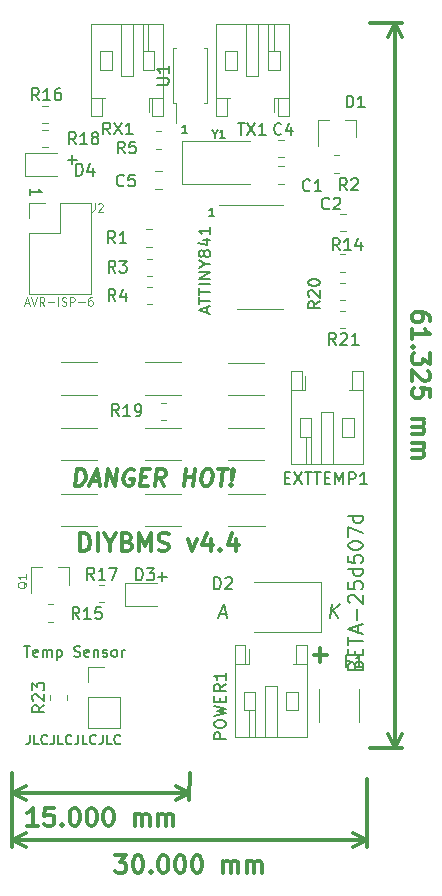
<source format=gto>
G04 #@! TF.GenerationSoftware,KiCad,Pcbnew,5.1.9+dfsg1-1~bpo10+1*
G04 #@! TF.CreationDate,2021-05-17T10:09:47+00:00*
G04 #@! TF.ProjectId,ModuleV440,4d6f6475-6c65-4563-9434-302e6b696361,rev?*
G04 #@! TF.SameCoordinates,Original*
G04 #@! TF.FileFunction,Legend,Top*
G04 #@! TF.FilePolarity,Positive*
%FSLAX46Y46*%
G04 Gerber Fmt 4.6, Leading zero omitted, Abs format (unit mm)*
G04 Created by KiCad (PCBNEW 5.1.9+dfsg1-1~bpo10+1) date 2021-05-17 10:09:47*
%MOMM*%
%LPD*%
G01*
G04 APERTURE LIST*
%ADD10C,0.150000*%
%ADD11C,0.200000*%
%ADD12C,0.300000*%
%ADD13C,0.175000*%
%ADD14C,0.350000*%
%ADD15C,0.120000*%
%ADD16C,0.100000*%
G04 APERTURE END LIST*
D10*
X130914885Y-102283385D02*
X130972028Y-102111957D01*
X131029171Y-102054814D01*
X131143457Y-101997671D01*
X131314885Y-101997671D01*
X131429171Y-102054814D01*
X131486314Y-102111957D01*
X131543457Y-102226242D01*
X131543457Y-102683385D01*
X130343457Y-102683385D01*
X130343457Y-102283385D01*
X130400600Y-102169100D01*
X130457742Y-102111957D01*
X130572028Y-102054814D01*
X130686314Y-102054814D01*
X130800600Y-102111957D01*
X130857742Y-102169100D01*
X130914885Y-102283385D01*
X130914885Y-102683385D01*
X130914885Y-101483385D02*
X130914885Y-101083385D01*
X131543457Y-100911957D02*
X131543457Y-101483385D01*
X130343457Y-101483385D01*
X130343457Y-100911957D01*
X130343457Y-100569100D02*
X130343457Y-99883385D01*
X131543457Y-100226242D02*
X130343457Y-100226242D01*
X131200600Y-99540528D02*
X131200600Y-98969100D01*
X131543457Y-99654814D02*
X130343457Y-99254814D01*
X131543457Y-98854814D01*
X131086314Y-98454814D02*
X131086314Y-97540528D01*
X130457742Y-97026242D02*
X130400600Y-96969100D01*
X130343457Y-96854814D01*
X130343457Y-96569100D01*
X130400600Y-96454814D01*
X130457742Y-96397671D01*
X130572028Y-96340528D01*
X130686314Y-96340528D01*
X130857742Y-96397671D01*
X131543457Y-97083385D01*
X131543457Y-96340528D01*
X130343457Y-95254814D02*
X130343457Y-95826242D01*
X130914885Y-95883385D01*
X130857742Y-95826242D01*
X130800600Y-95711957D01*
X130800600Y-95426242D01*
X130857742Y-95311957D01*
X130914885Y-95254814D01*
X131029171Y-95197671D01*
X131314885Y-95197671D01*
X131429171Y-95254814D01*
X131486314Y-95311957D01*
X131543457Y-95426242D01*
X131543457Y-95711957D01*
X131486314Y-95826242D01*
X131429171Y-95883385D01*
X131543457Y-94169100D02*
X130343457Y-94169100D01*
X131486314Y-94169100D02*
X131543457Y-94283385D01*
X131543457Y-94511957D01*
X131486314Y-94626242D01*
X131429171Y-94683385D01*
X131314885Y-94740528D01*
X130972028Y-94740528D01*
X130857742Y-94683385D01*
X130800600Y-94626242D01*
X130743457Y-94511957D01*
X130743457Y-94283385D01*
X130800600Y-94169100D01*
X130343457Y-93026242D02*
X130343457Y-93597671D01*
X130914885Y-93654814D01*
X130857742Y-93597671D01*
X130800600Y-93483385D01*
X130800600Y-93197671D01*
X130857742Y-93083385D01*
X130914885Y-93026242D01*
X131029171Y-92969100D01*
X131314885Y-92969100D01*
X131429171Y-93026242D01*
X131486314Y-93083385D01*
X131543457Y-93197671D01*
X131543457Y-93483385D01*
X131486314Y-93597671D01*
X131429171Y-93654814D01*
X130343457Y-92226242D02*
X130343457Y-92111957D01*
X130400600Y-91997671D01*
X130457742Y-91940528D01*
X130572028Y-91883385D01*
X130800600Y-91826242D01*
X131086314Y-91826242D01*
X131314885Y-91883385D01*
X131429171Y-91940528D01*
X131486314Y-91997671D01*
X131543457Y-92111957D01*
X131543457Y-92226242D01*
X131486314Y-92340528D01*
X131429171Y-92397671D01*
X131314885Y-92454814D01*
X131086314Y-92511957D01*
X130800600Y-92511957D01*
X130572028Y-92454814D01*
X130457742Y-92397671D01*
X130400600Y-92340528D01*
X130343457Y-92226242D01*
X130343457Y-91426242D02*
X130343457Y-90626242D01*
X131543457Y-91140528D01*
X131543457Y-89654814D02*
X130343457Y-89654814D01*
X131486314Y-89654814D02*
X131543457Y-89769100D01*
X131543457Y-89997671D01*
X131486314Y-90111957D01*
X131429171Y-90169100D01*
X131314885Y-90226242D01*
X130972028Y-90226242D01*
X130857742Y-90169100D01*
X130800600Y-90111957D01*
X130743457Y-89997671D01*
X130743457Y-89769100D01*
X130800600Y-89654814D01*
X128805769Y-98330457D02*
X128955769Y-97130457D01*
X129491483Y-98330457D02*
X129062912Y-97644742D01*
X129641483Y-97130457D02*
X128870055Y-97816171D01*
X119457198Y-97987600D02*
X120028626Y-97987600D01*
X119300055Y-98330457D02*
X119850055Y-97130457D01*
X120100055Y-98330457D01*
X103360576Y-108209504D02*
X103360576Y-108780933D01*
X103322480Y-108895219D01*
X103246290Y-108971409D01*
X103132004Y-109009504D01*
X103055814Y-109009504D01*
X104122480Y-109009504D02*
X103741528Y-109009504D01*
X103741528Y-108209504D01*
X104846290Y-108933314D02*
X104808195Y-108971409D01*
X104693909Y-109009504D01*
X104617719Y-109009504D01*
X104503433Y-108971409D01*
X104427242Y-108895219D01*
X104389147Y-108819028D01*
X104351052Y-108666647D01*
X104351052Y-108552361D01*
X104389147Y-108399980D01*
X104427242Y-108323790D01*
X104503433Y-108247600D01*
X104617719Y-108209504D01*
X104693909Y-108209504D01*
X104808195Y-108247600D01*
X104846290Y-108285695D01*
X105417719Y-108209504D02*
X105417719Y-108780933D01*
X105379623Y-108895219D01*
X105303433Y-108971409D01*
X105189147Y-109009504D01*
X105112957Y-109009504D01*
X106179623Y-109009504D02*
X105798671Y-109009504D01*
X105798671Y-108209504D01*
X106903433Y-108933314D02*
X106865338Y-108971409D01*
X106751052Y-109009504D01*
X106674861Y-109009504D01*
X106560576Y-108971409D01*
X106484385Y-108895219D01*
X106446290Y-108819028D01*
X106408195Y-108666647D01*
X106408195Y-108552361D01*
X106446290Y-108399980D01*
X106484385Y-108323790D01*
X106560576Y-108247600D01*
X106674861Y-108209504D01*
X106751052Y-108209504D01*
X106865338Y-108247600D01*
X106903433Y-108285695D01*
X107474861Y-108209504D02*
X107474861Y-108780933D01*
X107436766Y-108895219D01*
X107360576Y-108971409D01*
X107246290Y-109009504D01*
X107170100Y-109009504D01*
X108236766Y-109009504D02*
X107855814Y-109009504D01*
X107855814Y-108209504D01*
X108960576Y-108933314D02*
X108922480Y-108971409D01*
X108808195Y-109009504D01*
X108732004Y-109009504D01*
X108617719Y-108971409D01*
X108541528Y-108895219D01*
X108503433Y-108819028D01*
X108465338Y-108666647D01*
X108465338Y-108552361D01*
X108503433Y-108399980D01*
X108541528Y-108323790D01*
X108617719Y-108247600D01*
X108732004Y-108209504D01*
X108808195Y-108209504D01*
X108922480Y-108247600D01*
X108960576Y-108285695D01*
X109532004Y-108209504D02*
X109532004Y-108780933D01*
X109493909Y-108895219D01*
X109417719Y-108971409D01*
X109303433Y-109009504D01*
X109227242Y-109009504D01*
X110293909Y-109009504D02*
X109912957Y-109009504D01*
X109912957Y-108209504D01*
X111017719Y-108933314D02*
X110979623Y-108971409D01*
X110865338Y-109009504D01*
X110789147Y-109009504D01*
X110674861Y-108971409D01*
X110598671Y-108895219D01*
X110560576Y-108819028D01*
X110522480Y-108666647D01*
X110522480Y-108552361D01*
X110560576Y-108399980D01*
X110598671Y-108323790D01*
X110674861Y-108247600D01*
X110789147Y-108209504D01*
X110865338Y-108209504D01*
X110979623Y-108247600D01*
X111017719Y-108285695D01*
D11*
X114586171Y-94426647D02*
X114586171Y-95188552D01*
X114205219Y-94807600D02*
X114967123Y-94807600D01*
X106946171Y-59126647D02*
X106946171Y-59888552D01*
X106565219Y-59507600D02*
X107327123Y-59507600D01*
D10*
X102875814Y-100694742D02*
X103390100Y-100694742D01*
X103132957Y-101594742D02*
X103132957Y-100694742D01*
X104032957Y-101551885D02*
X103947242Y-101594742D01*
X103775814Y-101594742D01*
X103690100Y-101551885D01*
X103647242Y-101466171D01*
X103647242Y-101123314D01*
X103690100Y-101037600D01*
X103775814Y-100994742D01*
X103947242Y-100994742D01*
X104032957Y-101037600D01*
X104075814Y-101123314D01*
X104075814Y-101209028D01*
X103647242Y-101294742D01*
X104461528Y-101594742D02*
X104461528Y-100994742D01*
X104461528Y-101080457D02*
X104504385Y-101037600D01*
X104590100Y-100994742D01*
X104718671Y-100994742D01*
X104804385Y-101037600D01*
X104847242Y-101123314D01*
X104847242Y-101594742D01*
X104847242Y-101123314D02*
X104890100Y-101037600D01*
X104975814Y-100994742D01*
X105104385Y-100994742D01*
X105190100Y-101037600D01*
X105232957Y-101123314D01*
X105232957Y-101594742D01*
X105661528Y-100994742D02*
X105661528Y-101894742D01*
X105661528Y-101037600D02*
X105747242Y-100994742D01*
X105918671Y-100994742D01*
X106004385Y-101037600D01*
X106047242Y-101080457D01*
X106090100Y-101166171D01*
X106090100Y-101423314D01*
X106047242Y-101509028D01*
X106004385Y-101551885D01*
X105918671Y-101594742D01*
X105747242Y-101594742D01*
X105661528Y-101551885D01*
X107118671Y-101551885D02*
X107247242Y-101594742D01*
X107461528Y-101594742D01*
X107547242Y-101551885D01*
X107590100Y-101509028D01*
X107632957Y-101423314D01*
X107632957Y-101337600D01*
X107590100Y-101251885D01*
X107547242Y-101209028D01*
X107461528Y-101166171D01*
X107290100Y-101123314D01*
X107204385Y-101080457D01*
X107161528Y-101037600D01*
X107118671Y-100951885D01*
X107118671Y-100866171D01*
X107161528Y-100780457D01*
X107204385Y-100737600D01*
X107290100Y-100694742D01*
X107504385Y-100694742D01*
X107632957Y-100737600D01*
X108361528Y-101551885D02*
X108275814Y-101594742D01*
X108104385Y-101594742D01*
X108018671Y-101551885D01*
X107975814Y-101466171D01*
X107975814Y-101123314D01*
X108018671Y-101037600D01*
X108104385Y-100994742D01*
X108275814Y-100994742D01*
X108361528Y-101037600D01*
X108404385Y-101123314D01*
X108404385Y-101209028D01*
X107975814Y-101294742D01*
X108790100Y-100994742D02*
X108790100Y-101594742D01*
X108790100Y-101080457D02*
X108832957Y-101037600D01*
X108918671Y-100994742D01*
X109047242Y-100994742D01*
X109132957Y-101037600D01*
X109175814Y-101123314D01*
X109175814Y-101594742D01*
X109561528Y-101551885D02*
X109647242Y-101594742D01*
X109818671Y-101594742D01*
X109904385Y-101551885D01*
X109947242Y-101466171D01*
X109947242Y-101423314D01*
X109904385Y-101337600D01*
X109818671Y-101294742D01*
X109690100Y-101294742D01*
X109604385Y-101251885D01*
X109561528Y-101166171D01*
X109561528Y-101123314D01*
X109604385Y-101037600D01*
X109690100Y-100994742D01*
X109818671Y-100994742D01*
X109904385Y-101037600D01*
X110461528Y-101594742D02*
X110375814Y-101551885D01*
X110332957Y-101509028D01*
X110290100Y-101423314D01*
X110290100Y-101166171D01*
X110332957Y-101080457D01*
X110375814Y-101037600D01*
X110461528Y-100994742D01*
X110590100Y-100994742D01*
X110675814Y-101037600D01*
X110718671Y-101080457D01*
X110761528Y-101166171D01*
X110761528Y-101423314D01*
X110718671Y-101509028D01*
X110675814Y-101551885D01*
X110590100Y-101594742D01*
X110461528Y-101594742D01*
X111147242Y-101594742D02*
X111147242Y-100994742D01*
X111147242Y-101166171D02*
X111190100Y-101080457D01*
X111232957Y-101037600D01*
X111318671Y-100994742D01*
X111404385Y-100994742D01*
D12*
X104030833Y-115894738D02*
X103173691Y-115893310D01*
X103602262Y-115894024D02*
X103604762Y-114394026D01*
X103461548Y-114608074D01*
X103318453Y-114750692D01*
X103175477Y-114821883D01*
X105390474Y-114397002D02*
X104676189Y-114395812D01*
X104603570Y-115109978D01*
X104675118Y-115038668D01*
X104818094Y-114967478D01*
X105175236Y-114968073D01*
X105317974Y-115039740D01*
X105389284Y-115111287D01*
X105460474Y-115254263D01*
X105459879Y-115611405D01*
X105388212Y-115754143D01*
X105316665Y-115825453D01*
X105173689Y-115896643D01*
X104816546Y-115896048D01*
X104673808Y-115824381D01*
X104602499Y-115752834D01*
X106102497Y-115755334D02*
X106173806Y-115826881D01*
X106102259Y-115898191D01*
X106030949Y-115826643D01*
X106102497Y-115755334D01*
X106102259Y-115898191D01*
X107104757Y-114399860D02*
X107247614Y-114400098D01*
X107390352Y-114471764D01*
X107461662Y-114543312D01*
X107532852Y-114686288D01*
X107603804Y-114972121D01*
X107603209Y-115329263D01*
X107531304Y-115614858D01*
X107459638Y-115757596D01*
X107388090Y-115828905D01*
X107245114Y-115900096D01*
X107102257Y-115899857D01*
X106959520Y-115828191D01*
X106888210Y-115756643D01*
X106817020Y-115613667D01*
X106746067Y-115327834D01*
X106746663Y-114970692D01*
X106818567Y-114685097D01*
X106890234Y-114542359D01*
X106961781Y-114471050D01*
X107104757Y-114399860D01*
X108533327Y-114402240D02*
X108676184Y-114402479D01*
X108818922Y-114474145D01*
X108890231Y-114545693D01*
X108961422Y-114688669D01*
X109032374Y-114974502D01*
X109031779Y-115331644D01*
X108959874Y-115617239D01*
X108888207Y-115759977D01*
X108816660Y-115831286D01*
X108673684Y-115902477D01*
X108530827Y-115902238D01*
X108388089Y-115830572D01*
X108316780Y-115759024D01*
X108245589Y-115616048D01*
X108174637Y-115330215D01*
X108175232Y-114973073D01*
X108247137Y-114687478D01*
X108318803Y-114544740D01*
X108390351Y-114473431D01*
X108533327Y-114402240D01*
X109961896Y-114404621D02*
X110104753Y-114404860D01*
X110247491Y-114476526D01*
X110318801Y-114548074D01*
X110389991Y-114691050D01*
X110460943Y-114976883D01*
X110460348Y-115334025D01*
X110388443Y-115619620D01*
X110316777Y-115762358D01*
X110245229Y-115833667D01*
X110102253Y-115904857D01*
X109959396Y-115904619D01*
X109816658Y-115832953D01*
X109745349Y-115761405D01*
X109674159Y-115618429D01*
X109603206Y-115332596D01*
X109603802Y-114975454D01*
X109675706Y-114689859D01*
X109747373Y-114547121D01*
X109818920Y-114475812D01*
X109961896Y-114404621D01*
X112245107Y-115908429D02*
X112246774Y-114908430D01*
X112246536Y-115051287D02*
X112318084Y-114979978D01*
X112461060Y-114908787D01*
X112675345Y-114909145D01*
X112818083Y-114980811D01*
X112889273Y-115123787D01*
X112887964Y-115909500D01*
X112889273Y-115123787D02*
X112960940Y-114981049D01*
X113103916Y-114909859D01*
X113318201Y-114910216D01*
X113460939Y-114981883D01*
X113532129Y-115124859D01*
X113530820Y-115910572D01*
X114245105Y-115911762D02*
X114246771Y-114911764D01*
X114246533Y-115054621D02*
X114318081Y-114983311D01*
X114461057Y-114912121D01*
X114675342Y-114912478D01*
X114818080Y-114984144D01*
X114889270Y-115127120D01*
X114887961Y-115912834D01*
X114889270Y-115127120D02*
X114960937Y-114984383D01*
X115103913Y-114913192D01*
X115318198Y-114913549D01*
X115460936Y-114985216D01*
X115532127Y-115128192D01*
X115530817Y-115913905D01*
X101892600Y-113112600D02*
X116892600Y-113137600D01*
X101895392Y-111437602D02*
X101891623Y-113699020D01*
X116895392Y-111462602D02*
X116891623Y-113724020D01*
X116892600Y-113137600D02*
X115765120Y-113722142D01*
X116892600Y-113137600D02*
X115767075Y-112549303D01*
X101892600Y-113112600D02*
X103018125Y-113700897D01*
X101892600Y-113112600D02*
X103020080Y-112528058D01*
D13*
X118967600Y-64279266D02*
X118567600Y-64279266D01*
X118767600Y-64279266D02*
X118767600Y-63579266D01*
X118700933Y-63679266D01*
X118634266Y-63745933D01*
X118567600Y-63779266D01*
D12*
X127396171Y-101444742D02*
X128539028Y-101444742D01*
X127967600Y-102016171D02*
X127967600Y-100873314D01*
D13*
X116692600Y-57279266D02*
X116292600Y-57279266D01*
X116492600Y-57279266D02*
X116492600Y-56579266D01*
X116425933Y-56679266D01*
X116359266Y-56745933D01*
X116292600Y-56779266D01*
D12*
X107220308Y-87120933D02*
X107395308Y-85720933D01*
X107728641Y-85720933D01*
X107920308Y-85787600D01*
X108036975Y-85920933D01*
X108086975Y-86054266D01*
X108120308Y-86320933D01*
X108095308Y-86520933D01*
X107995308Y-86787600D01*
X107911975Y-86920933D01*
X107761975Y-87054266D01*
X107553641Y-87120933D01*
X107220308Y-87120933D01*
X108603641Y-86720933D02*
X109270308Y-86720933D01*
X108420308Y-87120933D02*
X109061975Y-85720933D01*
X109353641Y-87120933D01*
X109820308Y-87120933D02*
X109995308Y-85720933D01*
X110620308Y-87120933D01*
X110795308Y-85720933D01*
X112186975Y-85787600D02*
X112061975Y-85720933D01*
X111861975Y-85720933D01*
X111653641Y-85787600D01*
X111503641Y-85920933D01*
X111420308Y-86054266D01*
X111320308Y-86320933D01*
X111295308Y-86520933D01*
X111328641Y-86787600D01*
X111378641Y-86920933D01*
X111495308Y-87054266D01*
X111686975Y-87120933D01*
X111820308Y-87120933D01*
X112028641Y-87054266D01*
X112103641Y-86987600D01*
X112161975Y-86520933D01*
X111895308Y-86520933D01*
X112778641Y-86387600D02*
X113245308Y-86387600D01*
X113353641Y-87120933D02*
X112686975Y-87120933D01*
X112861975Y-85720933D01*
X113528641Y-85720933D01*
X114753641Y-87120933D02*
X114370308Y-86454266D01*
X113953641Y-87120933D02*
X114128641Y-85720933D01*
X114661975Y-85720933D01*
X114786975Y-85787600D01*
X114845308Y-85854266D01*
X114895308Y-85987600D01*
X114870308Y-86187600D01*
X114786975Y-86320933D01*
X114711975Y-86387600D01*
X114570308Y-86454266D01*
X114036975Y-86454266D01*
X116420308Y-87120933D02*
X116595308Y-85720933D01*
X116511975Y-86387600D02*
X117311975Y-86387600D01*
X117220308Y-87120933D02*
X117395308Y-85720933D01*
X118328641Y-85720933D02*
X118595308Y-85720933D01*
X118720308Y-85787600D01*
X118836975Y-85920933D01*
X118870308Y-86187600D01*
X118811975Y-86654266D01*
X118711975Y-86920933D01*
X118561975Y-87054266D01*
X118420308Y-87120933D01*
X118153641Y-87120933D01*
X118028641Y-87054266D01*
X117911975Y-86920933D01*
X117878641Y-86654266D01*
X117936975Y-86187600D01*
X118036975Y-85920933D01*
X118186975Y-85787600D01*
X118328641Y-85720933D01*
X119328641Y-85720933D02*
X120128641Y-85720933D01*
X119553641Y-87120933D02*
X119728641Y-85720933D01*
X120436975Y-86987600D02*
X120495308Y-87054266D01*
X120420308Y-87120933D01*
X120361975Y-87054266D01*
X120436975Y-86987600D01*
X120420308Y-87120933D01*
X120486975Y-86587600D02*
X120520308Y-85787600D01*
X120595308Y-85720933D01*
X120653641Y-85787600D01*
X120486975Y-86587600D01*
X120595308Y-85720933D01*
D11*
X103395219Y-62533314D02*
X103395219Y-61961885D01*
X103395219Y-62247600D02*
X104395219Y-62247600D01*
X104252361Y-62152361D01*
X104157123Y-62057123D01*
X104109504Y-61961885D01*
D14*
X107637242Y-92646171D02*
X107637242Y-91146171D01*
X107994385Y-91146171D01*
X108208671Y-91217600D01*
X108351528Y-91360457D01*
X108422957Y-91503314D01*
X108494385Y-91789028D01*
X108494385Y-92003314D01*
X108422957Y-92289028D01*
X108351528Y-92431885D01*
X108208671Y-92574742D01*
X107994385Y-92646171D01*
X107637242Y-92646171D01*
X109137242Y-92646171D02*
X109137242Y-91146171D01*
X110137242Y-91931885D02*
X110137242Y-92646171D01*
X109637242Y-91146171D02*
X110137242Y-91931885D01*
X110637242Y-91146171D01*
X111637242Y-91860457D02*
X111851528Y-91931885D01*
X111922957Y-92003314D01*
X111994385Y-92146171D01*
X111994385Y-92360457D01*
X111922957Y-92503314D01*
X111851528Y-92574742D01*
X111708671Y-92646171D01*
X111137242Y-92646171D01*
X111137242Y-91146171D01*
X111637242Y-91146171D01*
X111780100Y-91217600D01*
X111851528Y-91289028D01*
X111922957Y-91431885D01*
X111922957Y-91574742D01*
X111851528Y-91717600D01*
X111780100Y-91789028D01*
X111637242Y-91860457D01*
X111137242Y-91860457D01*
X112637242Y-92646171D02*
X112637242Y-91146171D01*
X113137242Y-92217600D01*
X113637242Y-91146171D01*
X113637242Y-92646171D01*
X114280100Y-92574742D02*
X114494385Y-92646171D01*
X114851528Y-92646171D01*
X114994385Y-92574742D01*
X115065814Y-92503314D01*
X115137242Y-92360457D01*
X115137242Y-92217600D01*
X115065814Y-92074742D01*
X114994385Y-92003314D01*
X114851528Y-91931885D01*
X114565814Y-91860457D01*
X114422957Y-91789028D01*
X114351528Y-91717600D01*
X114280100Y-91574742D01*
X114280100Y-91431885D01*
X114351528Y-91289028D01*
X114422957Y-91217600D01*
X114565814Y-91146171D01*
X114922957Y-91146171D01*
X115137242Y-91217600D01*
X116780100Y-91646171D02*
X117137242Y-92646171D01*
X117494385Y-91646171D01*
X118708671Y-91646171D02*
X118708671Y-92646171D01*
X118351528Y-91074742D02*
X117994385Y-92146171D01*
X118922957Y-92146171D01*
X119494385Y-92503314D02*
X119565814Y-92574742D01*
X119494385Y-92646171D01*
X119422957Y-92574742D01*
X119494385Y-92503314D01*
X119494385Y-92646171D01*
X120851528Y-91646171D02*
X120851528Y-92646171D01*
X120494385Y-91074742D02*
X120137242Y-92146171D01*
X121065814Y-92146171D01*
D12*
X110606885Y-118391171D02*
X111535457Y-118391171D01*
X111035457Y-118962600D01*
X111249742Y-118962600D01*
X111392600Y-119034028D01*
X111464028Y-119105457D01*
X111535457Y-119248314D01*
X111535457Y-119605457D01*
X111464028Y-119748314D01*
X111392600Y-119819742D01*
X111249742Y-119891171D01*
X110821171Y-119891171D01*
X110678314Y-119819742D01*
X110606885Y-119748314D01*
X112464028Y-118391171D02*
X112606885Y-118391171D01*
X112749742Y-118462600D01*
X112821171Y-118534028D01*
X112892600Y-118676885D01*
X112964028Y-118962600D01*
X112964028Y-119319742D01*
X112892600Y-119605457D01*
X112821171Y-119748314D01*
X112749742Y-119819742D01*
X112606885Y-119891171D01*
X112464028Y-119891171D01*
X112321171Y-119819742D01*
X112249742Y-119748314D01*
X112178314Y-119605457D01*
X112106885Y-119319742D01*
X112106885Y-118962600D01*
X112178314Y-118676885D01*
X112249742Y-118534028D01*
X112321171Y-118462600D01*
X112464028Y-118391171D01*
X113606885Y-119748314D02*
X113678314Y-119819742D01*
X113606885Y-119891171D01*
X113535457Y-119819742D01*
X113606885Y-119748314D01*
X113606885Y-119891171D01*
X114606885Y-118391171D02*
X114749742Y-118391171D01*
X114892600Y-118462600D01*
X114964028Y-118534028D01*
X115035457Y-118676885D01*
X115106885Y-118962600D01*
X115106885Y-119319742D01*
X115035457Y-119605457D01*
X114964028Y-119748314D01*
X114892600Y-119819742D01*
X114749742Y-119891171D01*
X114606885Y-119891171D01*
X114464028Y-119819742D01*
X114392600Y-119748314D01*
X114321171Y-119605457D01*
X114249742Y-119319742D01*
X114249742Y-118962600D01*
X114321171Y-118676885D01*
X114392600Y-118534028D01*
X114464028Y-118462600D01*
X114606885Y-118391171D01*
X116035457Y-118391171D02*
X116178314Y-118391171D01*
X116321171Y-118462600D01*
X116392600Y-118534028D01*
X116464028Y-118676885D01*
X116535457Y-118962600D01*
X116535457Y-119319742D01*
X116464028Y-119605457D01*
X116392600Y-119748314D01*
X116321171Y-119819742D01*
X116178314Y-119891171D01*
X116035457Y-119891171D01*
X115892600Y-119819742D01*
X115821171Y-119748314D01*
X115749742Y-119605457D01*
X115678314Y-119319742D01*
X115678314Y-118962600D01*
X115749742Y-118676885D01*
X115821171Y-118534028D01*
X115892600Y-118462600D01*
X116035457Y-118391171D01*
X117464028Y-118391171D02*
X117606885Y-118391171D01*
X117749742Y-118462600D01*
X117821171Y-118534028D01*
X117892600Y-118676885D01*
X117964028Y-118962600D01*
X117964028Y-119319742D01*
X117892600Y-119605457D01*
X117821171Y-119748314D01*
X117749742Y-119819742D01*
X117606885Y-119891171D01*
X117464028Y-119891171D01*
X117321171Y-119819742D01*
X117249742Y-119748314D01*
X117178314Y-119605457D01*
X117106885Y-119319742D01*
X117106885Y-118962600D01*
X117178314Y-118676885D01*
X117249742Y-118534028D01*
X117321171Y-118462600D01*
X117464028Y-118391171D01*
X119749742Y-119891171D02*
X119749742Y-118891171D01*
X119749742Y-119034028D02*
X119821171Y-118962600D01*
X119964028Y-118891171D01*
X120178314Y-118891171D01*
X120321171Y-118962600D01*
X120392600Y-119105457D01*
X120392600Y-119891171D01*
X120392600Y-119105457D02*
X120464028Y-118962600D01*
X120606885Y-118891171D01*
X120821171Y-118891171D01*
X120964028Y-118962600D01*
X121035457Y-119105457D01*
X121035457Y-119891171D01*
X121749742Y-119891171D02*
X121749742Y-118891171D01*
X121749742Y-119034028D02*
X121821171Y-118962600D01*
X121964028Y-118891171D01*
X122178314Y-118891171D01*
X122321171Y-118962600D01*
X122392600Y-119105457D01*
X122392600Y-119891171D01*
X122392600Y-119105457D02*
X122464028Y-118962600D01*
X122606885Y-118891171D01*
X122821171Y-118891171D01*
X122964028Y-118962600D01*
X123035457Y-119105457D01*
X123035457Y-119891171D01*
X101892600Y-117112600D02*
X131892600Y-117112600D01*
X101892600Y-111937600D02*
X101892600Y-117699021D01*
X131892600Y-111937600D02*
X131892600Y-117699021D01*
X131892600Y-117112600D02*
X130766096Y-117699021D01*
X131892600Y-117112600D02*
X130766096Y-116526179D01*
X101892600Y-117112600D02*
X103019104Y-117699021D01*
X101892600Y-117112600D02*
X103019104Y-116526179D01*
X137239028Y-73125100D02*
X137239028Y-72839385D01*
X137167600Y-72696528D01*
X137096171Y-72625100D01*
X136881885Y-72482242D01*
X136596171Y-72410814D01*
X136024742Y-72410814D01*
X135881885Y-72482242D01*
X135810457Y-72553671D01*
X135739028Y-72696528D01*
X135739028Y-72982242D01*
X135810457Y-73125100D01*
X135881885Y-73196528D01*
X136024742Y-73267957D01*
X136381885Y-73267957D01*
X136524742Y-73196528D01*
X136596171Y-73125100D01*
X136667600Y-72982242D01*
X136667600Y-72696528D01*
X136596171Y-72553671D01*
X136524742Y-72482242D01*
X136381885Y-72410814D01*
X135739028Y-74696528D02*
X135739028Y-73839385D01*
X135739028Y-74267957D02*
X137239028Y-74267957D01*
X137024742Y-74125100D01*
X136881885Y-73982242D01*
X136810457Y-73839385D01*
X135881885Y-75339385D02*
X135810457Y-75410814D01*
X135739028Y-75339385D01*
X135810457Y-75267957D01*
X135881885Y-75339385D01*
X135739028Y-75339385D01*
X137239028Y-75910814D02*
X137239028Y-76839385D01*
X136667600Y-76339385D01*
X136667600Y-76553671D01*
X136596171Y-76696528D01*
X136524742Y-76767957D01*
X136381885Y-76839385D01*
X136024742Y-76839385D01*
X135881885Y-76767957D01*
X135810457Y-76696528D01*
X135739028Y-76553671D01*
X135739028Y-76125100D01*
X135810457Y-75982242D01*
X135881885Y-75910814D01*
X137096171Y-77410814D02*
X137167600Y-77482242D01*
X137239028Y-77625100D01*
X137239028Y-77982242D01*
X137167600Y-78125100D01*
X137096171Y-78196528D01*
X136953314Y-78267957D01*
X136810457Y-78267957D01*
X136596171Y-78196528D01*
X135739028Y-77339385D01*
X135739028Y-78267957D01*
X137239028Y-79625100D02*
X137239028Y-78910814D01*
X136524742Y-78839385D01*
X136596171Y-78910814D01*
X136667600Y-79053671D01*
X136667600Y-79410814D01*
X136596171Y-79553671D01*
X136524742Y-79625100D01*
X136381885Y-79696528D01*
X136024742Y-79696528D01*
X135881885Y-79625100D01*
X135810457Y-79553671D01*
X135739028Y-79410814D01*
X135739028Y-79053671D01*
X135810457Y-78910814D01*
X135881885Y-78839385D01*
X135739028Y-81482242D02*
X136739028Y-81482242D01*
X136596171Y-81482242D02*
X136667600Y-81553671D01*
X136739028Y-81696528D01*
X136739028Y-81910814D01*
X136667600Y-82053671D01*
X136524742Y-82125100D01*
X135739028Y-82125100D01*
X136524742Y-82125100D02*
X136667600Y-82196528D01*
X136739028Y-82339385D01*
X136739028Y-82553671D01*
X136667600Y-82696528D01*
X136524742Y-82767957D01*
X135739028Y-82767957D01*
X135739028Y-83482242D02*
X136739028Y-83482242D01*
X136596171Y-83482242D02*
X136667600Y-83553671D01*
X136739028Y-83696528D01*
X136739028Y-83910814D01*
X136667600Y-84053671D01*
X136524742Y-84125100D01*
X135739028Y-84125100D01*
X136524742Y-84125100D02*
X136667600Y-84196528D01*
X136739028Y-84339385D01*
X136739028Y-84553671D01*
X136667600Y-84696528D01*
X136524742Y-84767957D01*
X135739028Y-84767957D01*
X134317600Y-47962600D02*
X134317600Y-109287600D01*
X132217600Y-47962600D02*
X134904021Y-47962600D01*
X132217600Y-109287600D02*
X134904021Y-109287600D01*
X134317600Y-109287600D02*
X133731179Y-108161096D01*
X134317600Y-109287600D02*
X134904021Y-108161096D01*
X134317600Y-47962600D02*
X133731179Y-49089104D01*
X134317600Y-47962600D02*
X134904021Y-49089104D01*
D15*
X123194664Y-79447600D02*
X120140536Y-79447600D01*
X123194664Y-76727600D02*
X120140536Y-76727600D01*
X113090536Y-76677600D02*
X116144664Y-76677600D01*
X113090536Y-79397600D02*
X116144664Y-79397600D01*
X120140536Y-82252600D02*
X123194664Y-82252600D01*
X120140536Y-84972600D02*
X123194664Y-84972600D01*
X116144664Y-84972600D02*
X113090536Y-84972600D01*
X116144664Y-82252600D02*
X113090536Y-82252600D01*
X123244664Y-90547600D02*
X120190536Y-90547600D01*
X123244664Y-87827600D02*
X120190536Y-87827600D01*
X113115536Y-87827600D02*
X116169664Y-87827600D01*
X113115536Y-90547600D02*
X116169664Y-90547600D01*
X109094664Y-79397600D02*
X106040536Y-79397600D01*
X109094664Y-76677600D02*
X106040536Y-76677600D01*
X106040536Y-82252600D02*
X109094664Y-82252600D01*
X106040536Y-84972600D02*
X109094664Y-84972600D01*
X109094664Y-90547600D02*
X106040536Y-90547600D01*
X109094664Y-87827600D02*
X106040536Y-87827600D01*
X118352600Y-52387600D02*
X118352600Y-50077600D01*
X118352600Y-50077600D02*
X118137600Y-50077600D01*
X118352600Y-52387600D02*
X118352600Y-54697600D01*
X118352600Y-54697600D02*
X118137600Y-54697600D01*
X115532600Y-52387600D02*
X115532600Y-50077600D01*
X115532600Y-50077600D02*
X115747600Y-50077600D01*
X115532600Y-52387600D02*
X115532600Y-54697600D01*
X115532600Y-54697600D02*
X115747600Y-54697600D01*
X115747600Y-54697600D02*
X115747600Y-56387600D01*
X124077600Y-54247600D02*
X124357600Y-54247600D01*
X124357600Y-54247600D02*
X124357600Y-55847600D01*
X124357600Y-55847600D02*
X125277600Y-55847600D01*
X125277600Y-55847600D02*
X125277600Y-48027600D01*
X125277600Y-48027600D02*
X119157600Y-48027600D01*
X119157600Y-48027600D02*
X119157600Y-55847600D01*
X119157600Y-55847600D02*
X120077600Y-55847600D01*
X120077600Y-55847600D02*
X120077600Y-54247600D01*
X120077600Y-54247600D02*
X120357600Y-54247600D01*
X122717600Y-48027600D02*
X122717600Y-52387600D01*
X122717600Y-52387600D02*
X121717600Y-52387600D01*
X121717600Y-52387600D02*
X121717600Y-48027600D01*
X125277600Y-54247600D02*
X124357600Y-54247600D01*
X119157600Y-54247600D02*
X120077600Y-54247600D01*
X124517600Y-51887600D02*
X124517600Y-50287600D01*
X124517600Y-50287600D02*
X123517600Y-50287600D01*
X123517600Y-50287600D02*
X123517600Y-51887600D01*
X123517600Y-51887600D02*
X124517600Y-51887600D01*
X119917600Y-51887600D02*
X119917600Y-50287600D01*
X119917600Y-50287600D02*
X120917600Y-50287600D01*
X120917600Y-50287600D02*
X120917600Y-51887600D01*
X120917600Y-51887600D02*
X119917600Y-51887600D01*
X123517600Y-50287600D02*
X123517600Y-48027600D01*
X124017600Y-50287600D02*
X124017600Y-48027600D01*
X124077600Y-54247600D02*
X124077600Y-55462600D01*
X113477600Y-54247600D02*
X113757600Y-54247600D01*
X113757600Y-54247600D02*
X113757600Y-55847600D01*
X113757600Y-55847600D02*
X114677600Y-55847600D01*
X114677600Y-55847600D02*
X114677600Y-48027600D01*
X114677600Y-48027600D02*
X108557600Y-48027600D01*
X108557600Y-48027600D02*
X108557600Y-55847600D01*
X108557600Y-55847600D02*
X109477600Y-55847600D01*
X109477600Y-55847600D02*
X109477600Y-54247600D01*
X109477600Y-54247600D02*
X109757600Y-54247600D01*
X112117600Y-48027600D02*
X112117600Y-52387600D01*
X112117600Y-52387600D02*
X111117600Y-52387600D01*
X111117600Y-52387600D02*
X111117600Y-48027600D01*
X114677600Y-54247600D02*
X113757600Y-54247600D01*
X108557600Y-54247600D02*
X109477600Y-54247600D01*
X113917600Y-51887600D02*
X113917600Y-50287600D01*
X113917600Y-50287600D02*
X112917600Y-50287600D01*
X112917600Y-50287600D02*
X112917600Y-51887600D01*
X112917600Y-51887600D02*
X113917600Y-51887600D01*
X109317600Y-51887600D02*
X109317600Y-50287600D01*
X109317600Y-50287600D02*
X110317600Y-50287600D01*
X110317600Y-50287600D02*
X110317600Y-51887600D01*
X110317600Y-51887600D02*
X109317600Y-51887600D01*
X112917600Y-50287600D02*
X112917600Y-48027600D01*
X113417600Y-50287600D02*
X113417600Y-48027600D01*
X113477600Y-54247600D02*
X113477600Y-55462600D01*
X108337600Y-107632600D02*
X110997600Y-107632600D01*
X108337600Y-105032600D02*
X108337600Y-107632600D01*
X110997600Y-105032600D02*
X110997600Y-107632600D01*
X108337600Y-105032600D02*
X110997600Y-105032600D01*
X108337600Y-103762600D02*
X108337600Y-102432600D01*
X108337600Y-102432600D02*
X109667600Y-102432600D01*
X128017600Y-99537600D02*
X128017600Y-95237600D01*
X128017600Y-95237600D02*
X122317600Y-95237600D01*
X128017600Y-99537600D02*
X122317600Y-99537600D01*
X105052600Y-105284664D02*
X105052600Y-104830536D01*
X106522600Y-105284664D02*
X106522600Y-104830536D01*
X129615536Y-72327600D02*
X130069664Y-72327600D01*
X129615536Y-73797600D02*
X130069664Y-73797600D01*
X129615536Y-69927600D02*
X130069664Y-69927600D01*
X129615536Y-71397600D02*
X130069664Y-71397600D01*
X114944664Y-81572600D02*
X114490536Y-81572600D01*
X114944664Y-80102600D02*
X114490536Y-80102600D01*
X104894664Y-58447600D02*
X104440536Y-58447600D01*
X104894664Y-56977600D02*
X104440536Y-56977600D01*
X109240536Y-95522600D02*
X109694664Y-95522600D01*
X109240536Y-96992600D02*
X109694664Y-96992600D01*
X104894664Y-56422600D02*
X104440536Y-56422600D01*
X104894664Y-54952600D02*
X104440536Y-54952600D01*
X104890536Y-97152600D02*
X105344664Y-97152600D01*
X104890536Y-98622600D02*
X105344664Y-98622600D01*
X129615536Y-67527600D02*
X130069664Y-67527600D01*
X129615536Y-68997600D02*
X130069664Y-68997600D01*
X114015536Y-57102600D02*
X114469664Y-57102600D01*
X114015536Y-58572600D02*
X114469664Y-58572600D01*
X113265536Y-70277600D02*
X113719664Y-70277600D01*
X113265536Y-71747600D02*
X113719664Y-71747600D01*
X113265536Y-67877600D02*
X113719664Y-67877600D01*
X113265536Y-69347600D02*
X113719664Y-69347600D01*
X129110536Y-59142600D02*
X129564664Y-59142600D01*
X129110536Y-60612600D02*
X129564664Y-60612600D01*
X113240536Y-65392600D02*
X113694664Y-65392600D01*
X113240536Y-66862600D02*
X113694664Y-66862600D01*
X121907600Y-102177600D02*
X121627600Y-102177600D01*
X121627600Y-102177600D02*
X121627600Y-100577600D01*
X121627600Y-100577600D02*
X120707600Y-100577600D01*
X120707600Y-100577600D02*
X120707600Y-108397600D01*
X120707600Y-108397600D02*
X126827600Y-108397600D01*
X126827600Y-108397600D02*
X126827600Y-100577600D01*
X126827600Y-100577600D02*
X125907600Y-100577600D01*
X125907600Y-100577600D02*
X125907600Y-102177600D01*
X125907600Y-102177600D02*
X125627600Y-102177600D01*
X123267600Y-108397600D02*
X123267600Y-104037600D01*
X123267600Y-104037600D02*
X124267600Y-104037600D01*
X124267600Y-104037600D02*
X124267600Y-108397600D01*
X120707600Y-102177600D02*
X121627600Y-102177600D01*
X126827600Y-102177600D02*
X125907600Y-102177600D01*
X121467600Y-104537600D02*
X121467600Y-106137600D01*
X121467600Y-106137600D02*
X122467600Y-106137600D01*
X122467600Y-106137600D02*
X122467600Y-104537600D01*
X122467600Y-104537600D02*
X121467600Y-104537600D01*
X126067600Y-104537600D02*
X126067600Y-106137600D01*
X126067600Y-106137600D02*
X125067600Y-106137600D01*
X125067600Y-106137600D02*
X125067600Y-104537600D01*
X125067600Y-104537600D02*
X126067600Y-104537600D01*
X122467600Y-106137600D02*
X122467600Y-108397600D01*
X121967600Y-106137600D02*
X121967600Y-108397600D01*
X121907600Y-102177600D02*
X121907600Y-100962600D01*
X131277600Y-104301348D02*
X131277600Y-107073852D01*
X127857600Y-104301348D02*
X127857600Y-107073852D01*
X126657600Y-79027600D02*
X126377600Y-79027600D01*
X126377600Y-79027600D02*
X126377600Y-77427600D01*
X126377600Y-77427600D02*
X125457600Y-77427600D01*
X125457600Y-77427600D02*
X125457600Y-85247600D01*
X125457600Y-85247600D02*
X131577600Y-85247600D01*
X131577600Y-85247600D02*
X131577600Y-77427600D01*
X131577600Y-77427600D02*
X130657600Y-77427600D01*
X130657600Y-77427600D02*
X130657600Y-79027600D01*
X130657600Y-79027600D02*
X130377600Y-79027600D01*
X128017600Y-85247600D02*
X128017600Y-80887600D01*
X128017600Y-80887600D02*
X129017600Y-80887600D01*
X129017600Y-80887600D02*
X129017600Y-85247600D01*
X125457600Y-79027600D02*
X126377600Y-79027600D01*
X131577600Y-79027600D02*
X130657600Y-79027600D01*
X126217600Y-81387600D02*
X126217600Y-82987600D01*
X126217600Y-82987600D02*
X127217600Y-82987600D01*
X127217600Y-82987600D02*
X127217600Y-81387600D01*
X127217600Y-81387600D02*
X126217600Y-81387600D01*
X130817600Y-81387600D02*
X130817600Y-82987600D01*
X130817600Y-82987600D02*
X129817600Y-82987600D01*
X129817600Y-82987600D02*
X129817600Y-81387600D01*
X129817600Y-81387600D02*
X130817600Y-81387600D01*
X127217600Y-82987600D02*
X127217600Y-85247600D01*
X126717600Y-82987600D02*
X126717600Y-85247600D01*
X126657600Y-79027600D02*
X126657600Y-77812600D01*
X105692600Y-58927600D02*
X103007600Y-58927600D01*
X103007600Y-58927600D02*
X103007600Y-60847600D01*
X103007600Y-60847600D02*
X105692600Y-60847600D01*
X114117600Y-95342600D02*
X111432600Y-95342600D01*
X111432600Y-95342600D02*
X111432600Y-97262600D01*
X111432600Y-97262600D02*
X114117600Y-97262600D01*
X130957600Y-56167600D02*
X130027600Y-56167600D01*
X127797600Y-56167600D02*
X128727600Y-56167600D01*
X127797600Y-56167600D02*
X127797600Y-58327600D01*
X130957600Y-56167600D02*
X130957600Y-57627600D01*
X114523852Y-61962600D02*
X114001348Y-61962600D01*
X114523852Y-60492600D02*
X114001348Y-60492600D01*
X124381348Y-57827600D02*
X124903852Y-57827600D01*
X124381348Y-59297600D02*
X124903852Y-59297600D01*
X129601348Y-64102600D02*
X130123852Y-64102600D01*
X129601348Y-65572600D02*
X130123852Y-65572600D01*
X124366348Y-60062600D02*
X124888852Y-60062600D01*
X124366348Y-61532600D02*
X124888852Y-61532600D01*
X122867600Y-72172600D02*
X124817600Y-72172600D01*
X122867600Y-72172600D02*
X120917600Y-72172600D01*
X122867600Y-63302600D02*
X124817600Y-63302600D01*
X122867600Y-63302600D02*
X119417600Y-63302600D01*
X116287600Y-61542600D02*
X122037600Y-61542600D01*
X116287600Y-57942600D02*
X116287600Y-61542600D01*
X122037600Y-57942600D02*
X116287600Y-57942600D01*
X103312600Y-63132600D02*
X104642600Y-63132600D01*
X103312600Y-64462600D02*
X103312600Y-63132600D01*
X105912600Y-63132600D02*
X108512600Y-63132600D01*
X105912600Y-65732600D02*
X105912600Y-63132600D01*
X103312600Y-65732600D02*
X105912600Y-65732600D01*
X108512600Y-63132600D02*
X108512600Y-70872600D01*
X103312600Y-65732600D02*
X103312600Y-70872600D01*
X103312600Y-70872600D02*
X108512600Y-70872600D01*
X106672600Y-94027600D02*
X106672600Y-95487600D01*
X103512600Y-94027600D02*
X103512600Y-96187600D01*
X103512600Y-94027600D02*
X104442600Y-94027600D01*
X106672600Y-94027600D02*
X105742600Y-94027600D01*
D10*
X114144980Y-53149504D02*
X114954504Y-53149504D01*
X115049742Y-53101885D01*
X115097361Y-53054266D01*
X115144980Y-52959028D01*
X115144980Y-52768552D01*
X115097361Y-52673314D01*
X115049742Y-52625695D01*
X114954504Y-52578076D01*
X114144980Y-52578076D01*
X115144980Y-51578076D02*
X115144980Y-52149504D01*
X115144980Y-51863790D02*
X114144980Y-51863790D01*
X114287838Y-51959028D01*
X114383076Y-52054266D01*
X114430695Y-52149504D01*
X120979504Y-56389980D02*
X121550933Y-56389980D01*
X121265219Y-57389980D02*
X121265219Y-56389980D01*
X121789028Y-56389980D02*
X122455695Y-57389980D01*
X122455695Y-56389980D02*
X121789028Y-57389980D01*
X123360457Y-57389980D02*
X122789028Y-57389980D01*
X123074742Y-57389980D02*
X123074742Y-56389980D01*
X122979504Y-56532838D01*
X122884266Y-56628076D01*
X122789028Y-56675695D01*
X110174742Y-57369980D02*
X109841409Y-56893790D01*
X109603314Y-57369980D02*
X109603314Y-56369980D01*
X109984266Y-56369980D01*
X110079504Y-56417600D01*
X110127123Y-56465219D01*
X110174742Y-56560457D01*
X110174742Y-56703314D01*
X110127123Y-56798552D01*
X110079504Y-56846171D01*
X109984266Y-56893790D01*
X109603314Y-56893790D01*
X110508076Y-56369980D02*
X111174742Y-57369980D01*
X111174742Y-56369980D02*
X110508076Y-57369980D01*
X112079504Y-57369980D02*
X111508076Y-57369980D01*
X111793790Y-57369980D02*
X111793790Y-56369980D01*
X111698552Y-56512838D01*
X111603314Y-56608076D01*
X111508076Y-56655695D01*
X118989504Y-95869980D02*
X118989504Y-94869980D01*
X119227600Y-94869980D01*
X119370457Y-94917600D01*
X119465695Y-95012838D01*
X119513314Y-95108076D01*
X119560933Y-95298552D01*
X119560933Y-95441409D01*
X119513314Y-95631885D01*
X119465695Y-95727123D01*
X119370457Y-95822361D01*
X119227600Y-95869980D01*
X118989504Y-95869980D01*
X119941885Y-94965219D02*
X119989504Y-94917600D01*
X120084742Y-94869980D01*
X120322838Y-94869980D01*
X120418076Y-94917600D01*
X120465695Y-94965219D01*
X120513314Y-95060457D01*
X120513314Y-95155695D01*
X120465695Y-95298552D01*
X119894266Y-95869980D01*
X120513314Y-95869980D01*
X104589980Y-105700457D02*
X104113790Y-106033790D01*
X104589980Y-106271885D02*
X103589980Y-106271885D01*
X103589980Y-105890933D01*
X103637600Y-105795695D01*
X103685219Y-105748076D01*
X103780457Y-105700457D01*
X103923314Y-105700457D01*
X104018552Y-105748076D01*
X104066171Y-105795695D01*
X104113790Y-105890933D01*
X104113790Y-106271885D01*
X103685219Y-105319504D02*
X103637600Y-105271885D01*
X103589980Y-105176647D01*
X103589980Y-104938552D01*
X103637600Y-104843314D01*
X103685219Y-104795695D01*
X103780457Y-104748076D01*
X103875695Y-104748076D01*
X104018552Y-104795695D01*
X104589980Y-105367123D01*
X104589980Y-104748076D01*
X103589980Y-104414742D02*
X103589980Y-103795695D01*
X103970933Y-104129028D01*
X103970933Y-103986171D01*
X104018552Y-103890933D01*
X104066171Y-103843314D01*
X104161409Y-103795695D01*
X104399504Y-103795695D01*
X104494742Y-103843314D01*
X104542361Y-103890933D01*
X104589980Y-103986171D01*
X104589980Y-104271885D01*
X104542361Y-104367123D01*
X104494742Y-104414742D01*
X129299742Y-75189980D02*
X128966409Y-74713790D01*
X128728314Y-75189980D02*
X128728314Y-74189980D01*
X129109266Y-74189980D01*
X129204504Y-74237600D01*
X129252123Y-74285219D01*
X129299742Y-74380457D01*
X129299742Y-74523314D01*
X129252123Y-74618552D01*
X129204504Y-74666171D01*
X129109266Y-74713790D01*
X128728314Y-74713790D01*
X129680695Y-74285219D02*
X129728314Y-74237600D01*
X129823552Y-74189980D01*
X130061647Y-74189980D01*
X130156885Y-74237600D01*
X130204504Y-74285219D01*
X130252123Y-74380457D01*
X130252123Y-74475695D01*
X130204504Y-74618552D01*
X129633076Y-75189980D01*
X130252123Y-75189980D01*
X131204504Y-75189980D02*
X130633076Y-75189980D01*
X130918790Y-75189980D02*
X130918790Y-74189980D01*
X130823552Y-74332838D01*
X130728314Y-74428076D01*
X130633076Y-74475695D01*
X127939980Y-71510457D02*
X127463790Y-71843790D01*
X127939980Y-72081885D02*
X126939980Y-72081885D01*
X126939980Y-71700933D01*
X126987600Y-71605695D01*
X127035219Y-71558076D01*
X127130457Y-71510457D01*
X127273314Y-71510457D01*
X127368552Y-71558076D01*
X127416171Y-71605695D01*
X127463790Y-71700933D01*
X127463790Y-72081885D01*
X127035219Y-71129504D02*
X126987600Y-71081885D01*
X126939980Y-70986647D01*
X126939980Y-70748552D01*
X126987600Y-70653314D01*
X127035219Y-70605695D01*
X127130457Y-70558076D01*
X127225695Y-70558076D01*
X127368552Y-70605695D01*
X127939980Y-71177123D01*
X127939980Y-70558076D01*
X126939980Y-69939028D02*
X126939980Y-69843790D01*
X126987600Y-69748552D01*
X127035219Y-69700933D01*
X127130457Y-69653314D01*
X127320933Y-69605695D01*
X127559028Y-69605695D01*
X127749504Y-69653314D01*
X127844742Y-69700933D01*
X127892361Y-69748552D01*
X127939980Y-69843790D01*
X127939980Y-69939028D01*
X127892361Y-70034266D01*
X127844742Y-70081885D01*
X127749504Y-70129504D01*
X127559028Y-70177123D01*
X127320933Y-70177123D01*
X127130457Y-70129504D01*
X127035219Y-70081885D01*
X126987600Y-70034266D01*
X126939980Y-69939028D01*
X110924742Y-81214980D02*
X110591409Y-80738790D01*
X110353314Y-81214980D02*
X110353314Y-80214980D01*
X110734266Y-80214980D01*
X110829504Y-80262600D01*
X110877123Y-80310219D01*
X110924742Y-80405457D01*
X110924742Y-80548314D01*
X110877123Y-80643552D01*
X110829504Y-80691171D01*
X110734266Y-80738790D01*
X110353314Y-80738790D01*
X111877123Y-81214980D02*
X111305695Y-81214980D01*
X111591409Y-81214980D02*
X111591409Y-80214980D01*
X111496171Y-80357838D01*
X111400933Y-80453076D01*
X111305695Y-80500695D01*
X112353314Y-81214980D02*
X112543790Y-81214980D01*
X112639028Y-81167361D01*
X112686647Y-81119742D01*
X112781885Y-80976885D01*
X112829504Y-80786409D01*
X112829504Y-80405457D01*
X112781885Y-80310219D01*
X112734266Y-80262600D01*
X112639028Y-80214980D01*
X112448552Y-80214980D01*
X112353314Y-80262600D01*
X112305695Y-80310219D01*
X112258076Y-80405457D01*
X112258076Y-80643552D01*
X112305695Y-80738790D01*
X112353314Y-80786409D01*
X112448552Y-80834028D01*
X112639028Y-80834028D01*
X112734266Y-80786409D01*
X112781885Y-80738790D01*
X112829504Y-80643552D01*
X107274742Y-58189980D02*
X106941409Y-57713790D01*
X106703314Y-58189980D02*
X106703314Y-57189980D01*
X107084266Y-57189980D01*
X107179504Y-57237600D01*
X107227123Y-57285219D01*
X107274742Y-57380457D01*
X107274742Y-57523314D01*
X107227123Y-57618552D01*
X107179504Y-57666171D01*
X107084266Y-57713790D01*
X106703314Y-57713790D01*
X108227123Y-58189980D02*
X107655695Y-58189980D01*
X107941409Y-58189980D02*
X107941409Y-57189980D01*
X107846171Y-57332838D01*
X107750933Y-57428076D01*
X107655695Y-57475695D01*
X108798552Y-57618552D02*
X108703314Y-57570933D01*
X108655695Y-57523314D01*
X108608076Y-57428076D01*
X108608076Y-57380457D01*
X108655695Y-57285219D01*
X108703314Y-57237600D01*
X108798552Y-57189980D01*
X108989028Y-57189980D01*
X109084266Y-57237600D01*
X109131885Y-57285219D01*
X109179504Y-57380457D01*
X109179504Y-57428076D01*
X109131885Y-57523314D01*
X109084266Y-57570933D01*
X108989028Y-57618552D01*
X108798552Y-57618552D01*
X108703314Y-57666171D01*
X108655695Y-57713790D01*
X108608076Y-57809028D01*
X108608076Y-57999504D01*
X108655695Y-58094742D01*
X108703314Y-58142361D01*
X108798552Y-58189980D01*
X108989028Y-58189980D01*
X109084266Y-58142361D01*
X109131885Y-58094742D01*
X109179504Y-57999504D01*
X109179504Y-57809028D01*
X109131885Y-57713790D01*
X109084266Y-57666171D01*
X108989028Y-57618552D01*
X108824742Y-95059980D02*
X108491409Y-94583790D01*
X108253314Y-95059980D02*
X108253314Y-94059980D01*
X108634266Y-94059980D01*
X108729504Y-94107600D01*
X108777123Y-94155219D01*
X108824742Y-94250457D01*
X108824742Y-94393314D01*
X108777123Y-94488552D01*
X108729504Y-94536171D01*
X108634266Y-94583790D01*
X108253314Y-94583790D01*
X109777123Y-95059980D02*
X109205695Y-95059980D01*
X109491409Y-95059980D02*
X109491409Y-94059980D01*
X109396171Y-94202838D01*
X109300933Y-94298076D01*
X109205695Y-94345695D01*
X110110457Y-94059980D02*
X110777123Y-94059980D01*
X110348552Y-95059980D01*
X104149742Y-54464980D02*
X103816409Y-53988790D01*
X103578314Y-54464980D02*
X103578314Y-53464980D01*
X103959266Y-53464980D01*
X104054504Y-53512600D01*
X104102123Y-53560219D01*
X104149742Y-53655457D01*
X104149742Y-53798314D01*
X104102123Y-53893552D01*
X104054504Y-53941171D01*
X103959266Y-53988790D01*
X103578314Y-53988790D01*
X105102123Y-54464980D02*
X104530695Y-54464980D01*
X104816409Y-54464980D02*
X104816409Y-53464980D01*
X104721171Y-53607838D01*
X104625933Y-53703076D01*
X104530695Y-53750695D01*
X105959266Y-53464980D02*
X105768790Y-53464980D01*
X105673552Y-53512600D01*
X105625933Y-53560219D01*
X105530695Y-53703076D01*
X105483076Y-53893552D01*
X105483076Y-54274504D01*
X105530695Y-54369742D01*
X105578314Y-54417361D01*
X105673552Y-54464980D01*
X105864028Y-54464980D01*
X105959266Y-54417361D01*
X106006885Y-54369742D01*
X106054504Y-54274504D01*
X106054504Y-54036409D01*
X106006885Y-53941171D01*
X105959266Y-53893552D01*
X105864028Y-53845933D01*
X105673552Y-53845933D01*
X105578314Y-53893552D01*
X105530695Y-53941171D01*
X105483076Y-54036409D01*
X107574742Y-98389980D02*
X107241409Y-97913790D01*
X107003314Y-98389980D02*
X107003314Y-97389980D01*
X107384266Y-97389980D01*
X107479504Y-97437600D01*
X107527123Y-97485219D01*
X107574742Y-97580457D01*
X107574742Y-97723314D01*
X107527123Y-97818552D01*
X107479504Y-97866171D01*
X107384266Y-97913790D01*
X107003314Y-97913790D01*
X108527123Y-98389980D02*
X107955695Y-98389980D01*
X108241409Y-98389980D02*
X108241409Y-97389980D01*
X108146171Y-97532838D01*
X108050933Y-97628076D01*
X107955695Y-97675695D01*
X109431885Y-97389980D02*
X108955695Y-97389980D01*
X108908076Y-97866171D01*
X108955695Y-97818552D01*
X109050933Y-97770933D01*
X109289028Y-97770933D01*
X109384266Y-97818552D01*
X109431885Y-97866171D01*
X109479504Y-97961409D01*
X109479504Y-98199504D01*
X109431885Y-98294742D01*
X109384266Y-98342361D01*
X109289028Y-98389980D01*
X109050933Y-98389980D01*
X108955695Y-98342361D01*
X108908076Y-98294742D01*
X129614742Y-67169980D02*
X129281409Y-66693790D01*
X129043314Y-67169980D02*
X129043314Y-66169980D01*
X129424266Y-66169980D01*
X129519504Y-66217600D01*
X129567123Y-66265219D01*
X129614742Y-66360457D01*
X129614742Y-66503314D01*
X129567123Y-66598552D01*
X129519504Y-66646171D01*
X129424266Y-66693790D01*
X129043314Y-66693790D01*
X130567123Y-67169980D02*
X129995695Y-67169980D01*
X130281409Y-67169980D02*
X130281409Y-66169980D01*
X130186171Y-66312838D01*
X130090933Y-66408076D01*
X129995695Y-66455695D01*
X131424266Y-66503314D02*
X131424266Y-67169980D01*
X131186171Y-66122361D02*
X130948076Y-66836647D01*
X131567123Y-66836647D01*
X111400933Y-58969980D02*
X111067600Y-58493790D01*
X110829504Y-58969980D02*
X110829504Y-57969980D01*
X111210457Y-57969980D01*
X111305695Y-58017600D01*
X111353314Y-58065219D01*
X111400933Y-58160457D01*
X111400933Y-58303314D01*
X111353314Y-58398552D01*
X111305695Y-58446171D01*
X111210457Y-58493790D01*
X110829504Y-58493790D01*
X112305695Y-57969980D02*
X111829504Y-57969980D01*
X111781885Y-58446171D01*
X111829504Y-58398552D01*
X111924742Y-58350933D01*
X112162838Y-58350933D01*
X112258076Y-58398552D01*
X112305695Y-58446171D01*
X112353314Y-58541409D01*
X112353314Y-58779504D01*
X112305695Y-58874742D01*
X112258076Y-58922361D01*
X112162838Y-58969980D01*
X111924742Y-58969980D01*
X111829504Y-58922361D01*
X111781885Y-58874742D01*
X110625933Y-71464980D02*
X110292600Y-70988790D01*
X110054504Y-71464980D02*
X110054504Y-70464980D01*
X110435457Y-70464980D01*
X110530695Y-70512600D01*
X110578314Y-70560219D01*
X110625933Y-70655457D01*
X110625933Y-70798314D01*
X110578314Y-70893552D01*
X110530695Y-70941171D01*
X110435457Y-70988790D01*
X110054504Y-70988790D01*
X111483076Y-70798314D02*
X111483076Y-71464980D01*
X111244980Y-70417361D02*
X111006885Y-71131647D01*
X111625933Y-71131647D01*
X110625933Y-69064980D02*
X110292600Y-68588790D01*
X110054504Y-69064980D02*
X110054504Y-68064980D01*
X110435457Y-68064980D01*
X110530695Y-68112600D01*
X110578314Y-68160219D01*
X110625933Y-68255457D01*
X110625933Y-68398314D01*
X110578314Y-68493552D01*
X110530695Y-68541171D01*
X110435457Y-68588790D01*
X110054504Y-68588790D01*
X110959266Y-68064980D02*
X111578314Y-68064980D01*
X111244980Y-68445933D01*
X111387838Y-68445933D01*
X111483076Y-68493552D01*
X111530695Y-68541171D01*
X111578314Y-68636409D01*
X111578314Y-68874504D01*
X111530695Y-68969742D01*
X111483076Y-69017361D01*
X111387838Y-69064980D01*
X111102123Y-69064980D01*
X111006885Y-69017361D01*
X110959266Y-68969742D01*
X130220933Y-62089980D02*
X129887600Y-61613790D01*
X129649504Y-62089980D02*
X129649504Y-61089980D01*
X130030457Y-61089980D01*
X130125695Y-61137600D01*
X130173314Y-61185219D01*
X130220933Y-61280457D01*
X130220933Y-61423314D01*
X130173314Y-61518552D01*
X130125695Y-61566171D01*
X130030457Y-61613790D01*
X129649504Y-61613790D01*
X130601885Y-61185219D02*
X130649504Y-61137600D01*
X130744742Y-61089980D01*
X130982838Y-61089980D01*
X131078076Y-61137600D01*
X131125695Y-61185219D01*
X131173314Y-61280457D01*
X131173314Y-61375695D01*
X131125695Y-61518552D01*
X130554266Y-62089980D01*
X131173314Y-62089980D01*
X110600933Y-66579980D02*
X110267600Y-66103790D01*
X110029504Y-66579980D02*
X110029504Y-65579980D01*
X110410457Y-65579980D01*
X110505695Y-65627600D01*
X110553314Y-65675219D01*
X110600933Y-65770457D01*
X110600933Y-65913314D01*
X110553314Y-66008552D01*
X110505695Y-66056171D01*
X110410457Y-66103790D01*
X110029504Y-66103790D01*
X111553314Y-66579980D02*
X110981885Y-66579980D01*
X111267600Y-66579980D02*
X111267600Y-65579980D01*
X111172361Y-65722838D01*
X111077123Y-65818076D01*
X110981885Y-65865695D01*
X119969980Y-108573314D02*
X118969980Y-108573314D01*
X118969980Y-108192361D01*
X119017600Y-108097123D01*
X119065219Y-108049504D01*
X119160457Y-108001885D01*
X119303314Y-108001885D01*
X119398552Y-108049504D01*
X119446171Y-108097123D01*
X119493790Y-108192361D01*
X119493790Y-108573314D01*
X118969980Y-107382838D02*
X118969980Y-107192361D01*
X119017600Y-107097123D01*
X119112838Y-107001885D01*
X119303314Y-106954266D01*
X119636647Y-106954266D01*
X119827123Y-107001885D01*
X119922361Y-107097123D01*
X119969980Y-107192361D01*
X119969980Y-107382838D01*
X119922361Y-107478076D01*
X119827123Y-107573314D01*
X119636647Y-107620933D01*
X119303314Y-107620933D01*
X119112838Y-107573314D01*
X119017600Y-107478076D01*
X118969980Y-107382838D01*
X118969980Y-106620933D02*
X119969980Y-106382838D01*
X119255695Y-106192361D01*
X119969980Y-106001885D01*
X118969980Y-105763790D01*
X119446171Y-105382838D02*
X119446171Y-105049504D01*
X119969980Y-104906647D02*
X119969980Y-105382838D01*
X118969980Y-105382838D01*
X118969980Y-104906647D01*
X119969980Y-103906647D02*
X119493790Y-104239980D01*
X119969980Y-104478076D02*
X118969980Y-104478076D01*
X118969980Y-104097123D01*
X119017600Y-104001885D01*
X119065219Y-103954266D01*
X119160457Y-103906647D01*
X119303314Y-103906647D01*
X119398552Y-103954266D01*
X119446171Y-104001885D01*
X119493790Y-104097123D01*
X119493790Y-104478076D01*
X119969980Y-102954266D02*
X119969980Y-103525695D01*
X119969980Y-103239980D02*
X118969980Y-103239980D01*
X119112838Y-103335219D01*
X119208076Y-103430457D01*
X119255695Y-103525695D01*
X130484266Y-101916171D02*
X130150933Y-101916171D01*
X130150933Y-102439980D02*
X130150933Y-101439980D01*
X130627123Y-101439980D01*
X131531885Y-102439980D02*
X130960457Y-102439980D01*
X131246171Y-102439980D02*
X131246171Y-101439980D01*
X131150933Y-101582838D01*
X131055695Y-101678076D01*
X130960457Y-101725695D01*
X124965219Y-86466171D02*
X125298552Y-86466171D01*
X125441409Y-86989980D02*
X124965219Y-86989980D01*
X124965219Y-85989980D01*
X125441409Y-85989980D01*
X125774742Y-85989980D02*
X126441409Y-86989980D01*
X126441409Y-85989980D02*
X125774742Y-86989980D01*
X126679504Y-85989980D02*
X127250933Y-85989980D01*
X126965219Y-86989980D02*
X126965219Y-85989980D01*
X127441409Y-85989980D02*
X128012838Y-85989980D01*
X127727123Y-86989980D02*
X127727123Y-85989980D01*
X128346171Y-86466171D02*
X128679504Y-86466171D01*
X128822361Y-86989980D02*
X128346171Y-86989980D01*
X128346171Y-85989980D01*
X128822361Y-85989980D01*
X129250933Y-86989980D02*
X129250933Y-85989980D01*
X129584266Y-86704266D01*
X129917600Y-85989980D01*
X129917600Y-86989980D01*
X130393790Y-86989980D02*
X130393790Y-85989980D01*
X130774742Y-85989980D01*
X130869980Y-86037600D01*
X130917600Y-86085219D01*
X130965219Y-86180457D01*
X130965219Y-86323314D01*
X130917600Y-86418552D01*
X130869980Y-86466171D01*
X130774742Y-86513790D01*
X130393790Y-86513790D01*
X131917600Y-86989980D02*
X131346171Y-86989980D01*
X131631885Y-86989980D02*
X131631885Y-85989980D01*
X131536647Y-86132838D01*
X131441409Y-86228076D01*
X131346171Y-86275695D01*
X107299504Y-60849980D02*
X107299504Y-59849980D01*
X107537600Y-59849980D01*
X107680457Y-59897600D01*
X107775695Y-59992838D01*
X107823314Y-60088076D01*
X107870933Y-60278552D01*
X107870933Y-60421409D01*
X107823314Y-60611885D01*
X107775695Y-60707123D01*
X107680457Y-60802361D01*
X107537600Y-60849980D01*
X107299504Y-60849980D01*
X108728076Y-60183314D02*
X108728076Y-60849980D01*
X108489980Y-59802361D02*
X108251885Y-60516647D01*
X108870933Y-60516647D01*
X112379504Y-95104980D02*
X112379504Y-94104980D01*
X112617600Y-94104980D01*
X112760457Y-94152600D01*
X112855695Y-94247838D01*
X112903314Y-94343076D01*
X112950933Y-94533552D01*
X112950933Y-94676409D01*
X112903314Y-94866885D01*
X112855695Y-94962123D01*
X112760457Y-95057361D01*
X112617600Y-95104980D01*
X112379504Y-95104980D01*
X113284266Y-94104980D02*
X113903314Y-94104980D01*
X113569980Y-94485933D01*
X113712838Y-94485933D01*
X113808076Y-94533552D01*
X113855695Y-94581171D01*
X113903314Y-94676409D01*
X113903314Y-94914504D01*
X113855695Y-95009742D01*
X113808076Y-95057361D01*
X113712838Y-95104980D01*
X113427123Y-95104980D01*
X113331885Y-95057361D01*
X113284266Y-95009742D01*
X130189504Y-55079980D02*
X130189504Y-54079980D01*
X130427600Y-54079980D01*
X130570457Y-54127600D01*
X130665695Y-54222838D01*
X130713314Y-54318076D01*
X130760933Y-54508552D01*
X130760933Y-54651409D01*
X130713314Y-54841885D01*
X130665695Y-54937123D01*
X130570457Y-55032361D01*
X130427600Y-55079980D01*
X130189504Y-55079980D01*
X131713314Y-55079980D02*
X131141885Y-55079980D01*
X131427600Y-55079980D02*
X131427600Y-54079980D01*
X131332361Y-54222838D01*
X131237123Y-54318076D01*
X131141885Y-54365695D01*
X111335933Y-61674742D02*
X111288314Y-61722361D01*
X111145457Y-61769980D01*
X111050219Y-61769980D01*
X110907361Y-61722361D01*
X110812123Y-61627123D01*
X110764504Y-61531885D01*
X110716885Y-61341409D01*
X110716885Y-61198552D01*
X110764504Y-61008076D01*
X110812123Y-60912838D01*
X110907361Y-60817600D01*
X111050219Y-60769980D01*
X111145457Y-60769980D01*
X111288314Y-60817600D01*
X111335933Y-60865219D01*
X112240695Y-60769980D02*
X111764504Y-60769980D01*
X111716885Y-61246171D01*
X111764504Y-61198552D01*
X111859742Y-61150933D01*
X112097838Y-61150933D01*
X112193076Y-61198552D01*
X112240695Y-61246171D01*
X112288314Y-61341409D01*
X112288314Y-61579504D01*
X112240695Y-61674742D01*
X112193076Y-61722361D01*
X112097838Y-61769980D01*
X111859742Y-61769980D01*
X111764504Y-61722361D01*
X111716885Y-61674742D01*
X124670933Y-57324742D02*
X124623314Y-57372361D01*
X124480457Y-57419980D01*
X124385219Y-57419980D01*
X124242361Y-57372361D01*
X124147123Y-57277123D01*
X124099504Y-57181885D01*
X124051885Y-56991409D01*
X124051885Y-56848552D01*
X124099504Y-56658076D01*
X124147123Y-56562838D01*
X124242361Y-56467600D01*
X124385219Y-56419980D01*
X124480457Y-56419980D01*
X124623314Y-56467600D01*
X124670933Y-56515219D01*
X125528076Y-56753314D02*
X125528076Y-57419980D01*
X125289980Y-56372361D02*
X125051885Y-57086647D01*
X125670933Y-57086647D01*
X128710933Y-63624742D02*
X128663314Y-63672361D01*
X128520457Y-63719980D01*
X128425219Y-63719980D01*
X128282361Y-63672361D01*
X128187123Y-63577123D01*
X128139504Y-63481885D01*
X128091885Y-63291409D01*
X128091885Y-63148552D01*
X128139504Y-62958076D01*
X128187123Y-62862838D01*
X128282361Y-62767600D01*
X128425219Y-62719980D01*
X128520457Y-62719980D01*
X128663314Y-62767600D01*
X128710933Y-62815219D01*
X129091885Y-62815219D02*
X129139504Y-62767600D01*
X129234742Y-62719980D01*
X129472838Y-62719980D01*
X129568076Y-62767600D01*
X129615695Y-62815219D01*
X129663314Y-62910457D01*
X129663314Y-63005695D01*
X129615695Y-63148552D01*
X129044266Y-63719980D01*
X129663314Y-63719980D01*
X127100933Y-62084742D02*
X127053314Y-62132361D01*
X126910457Y-62179980D01*
X126815219Y-62179980D01*
X126672361Y-62132361D01*
X126577123Y-62037123D01*
X126529504Y-61941885D01*
X126481885Y-61751409D01*
X126481885Y-61608552D01*
X126529504Y-61418076D01*
X126577123Y-61322838D01*
X126672361Y-61227600D01*
X126815219Y-61179980D01*
X126910457Y-61179980D01*
X127053314Y-61227600D01*
X127100933Y-61275219D01*
X128053314Y-62179980D02*
X127481885Y-62179980D01*
X127767600Y-62179980D02*
X127767600Y-61179980D01*
X127672361Y-61322838D01*
X127577123Y-61418076D01*
X127481885Y-61465695D01*
X118384266Y-72481647D02*
X118384266Y-72005457D01*
X118669980Y-72576885D02*
X117669980Y-72243552D01*
X118669980Y-71910219D01*
X117669980Y-71719742D02*
X117669980Y-71148314D01*
X118669980Y-71434028D02*
X117669980Y-71434028D01*
X117669980Y-70957838D02*
X117669980Y-70386409D01*
X118669980Y-70672123D02*
X117669980Y-70672123D01*
X118669980Y-70053076D02*
X117669980Y-70053076D01*
X118669980Y-69576885D02*
X117669980Y-69576885D01*
X118669980Y-69005457D01*
X117669980Y-69005457D01*
X118193790Y-68338790D02*
X118669980Y-68338790D01*
X117669980Y-68672123D02*
X118193790Y-68338790D01*
X117669980Y-68005457D01*
X118098552Y-67529266D02*
X118050933Y-67624504D01*
X118003314Y-67672123D01*
X117908076Y-67719742D01*
X117860457Y-67719742D01*
X117765219Y-67672123D01*
X117717600Y-67624504D01*
X117669980Y-67529266D01*
X117669980Y-67338790D01*
X117717600Y-67243552D01*
X117765219Y-67195933D01*
X117860457Y-67148314D01*
X117908076Y-67148314D01*
X118003314Y-67195933D01*
X118050933Y-67243552D01*
X118098552Y-67338790D01*
X118098552Y-67529266D01*
X118146171Y-67624504D01*
X118193790Y-67672123D01*
X118289028Y-67719742D01*
X118479504Y-67719742D01*
X118574742Y-67672123D01*
X118622361Y-67624504D01*
X118669980Y-67529266D01*
X118669980Y-67338790D01*
X118622361Y-67243552D01*
X118574742Y-67195933D01*
X118479504Y-67148314D01*
X118289028Y-67148314D01*
X118193790Y-67195933D01*
X118146171Y-67243552D01*
X118098552Y-67338790D01*
X118003314Y-66291171D02*
X118669980Y-66291171D01*
X117622361Y-66529266D02*
X118336647Y-66767361D01*
X118336647Y-66148314D01*
X118669980Y-65243552D02*
X118669980Y-65814980D01*
X118669980Y-65529266D02*
X117669980Y-65529266D01*
X117812838Y-65624504D01*
X117908076Y-65719742D01*
X117955695Y-65814980D01*
X119034266Y-57330933D02*
X119034266Y-57664266D01*
X118800933Y-56964266D02*
X119034266Y-57330933D01*
X119267600Y-56964266D01*
X119867600Y-57664266D02*
X119467600Y-57664266D01*
X119667600Y-57664266D02*
X119667600Y-56964266D01*
X119600933Y-57064266D01*
X119534266Y-57130933D01*
X119467600Y-57164266D01*
D16*
X108859266Y-63204266D02*
X108859266Y-63704266D01*
X108825933Y-63804266D01*
X108759266Y-63870933D01*
X108659266Y-63904266D01*
X108592600Y-63904266D01*
X109159266Y-63270933D02*
X109192600Y-63237600D01*
X109259266Y-63204266D01*
X109425933Y-63204266D01*
X109492600Y-63237600D01*
X109525933Y-63270933D01*
X109559266Y-63337600D01*
X109559266Y-63404266D01*
X109525933Y-63504266D01*
X109125933Y-63904266D01*
X109559266Y-63904266D01*
X102975933Y-71654266D02*
X103309266Y-71654266D01*
X102909266Y-71854266D02*
X103142600Y-71154266D01*
X103375933Y-71854266D01*
X103509266Y-71154266D02*
X103742600Y-71854266D01*
X103975933Y-71154266D01*
X104609266Y-71854266D02*
X104375933Y-71520933D01*
X104209266Y-71854266D02*
X104209266Y-71154266D01*
X104475933Y-71154266D01*
X104542600Y-71187600D01*
X104575933Y-71220933D01*
X104609266Y-71287600D01*
X104609266Y-71387600D01*
X104575933Y-71454266D01*
X104542600Y-71487600D01*
X104475933Y-71520933D01*
X104209266Y-71520933D01*
X104909266Y-71587600D02*
X105442600Y-71587600D01*
X105775933Y-71854266D02*
X105775933Y-71154266D01*
X106075933Y-71820933D02*
X106175933Y-71854266D01*
X106342600Y-71854266D01*
X106409266Y-71820933D01*
X106442600Y-71787600D01*
X106475933Y-71720933D01*
X106475933Y-71654266D01*
X106442600Y-71587600D01*
X106409266Y-71554266D01*
X106342600Y-71520933D01*
X106209266Y-71487600D01*
X106142600Y-71454266D01*
X106109266Y-71420933D01*
X106075933Y-71354266D01*
X106075933Y-71287600D01*
X106109266Y-71220933D01*
X106142600Y-71187600D01*
X106209266Y-71154266D01*
X106375933Y-71154266D01*
X106475933Y-71187600D01*
X106775933Y-71854266D02*
X106775933Y-71154266D01*
X107042600Y-71154266D01*
X107109266Y-71187600D01*
X107142600Y-71220933D01*
X107175933Y-71287600D01*
X107175933Y-71387600D01*
X107142600Y-71454266D01*
X107109266Y-71487600D01*
X107042600Y-71520933D01*
X106775933Y-71520933D01*
X107475933Y-71587600D02*
X108009266Y-71587600D01*
X108642600Y-71154266D02*
X108509266Y-71154266D01*
X108442600Y-71187600D01*
X108409266Y-71220933D01*
X108342600Y-71320933D01*
X108309266Y-71454266D01*
X108309266Y-71720933D01*
X108342600Y-71787600D01*
X108375933Y-71820933D01*
X108442600Y-71854266D01*
X108575933Y-71854266D01*
X108642600Y-71820933D01*
X108675933Y-71787600D01*
X108709266Y-71720933D01*
X108709266Y-71554266D01*
X108675933Y-71487600D01*
X108642600Y-71454266D01*
X108575933Y-71420933D01*
X108442600Y-71420933D01*
X108375933Y-71454266D01*
X108342600Y-71487600D01*
X108309266Y-71554266D01*
X103100933Y-95254266D02*
X103067600Y-95320933D01*
X103000933Y-95387600D01*
X102900933Y-95487600D01*
X102867600Y-95554266D01*
X102867600Y-95620933D01*
X103034266Y-95587600D02*
X103000933Y-95654266D01*
X102934266Y-95720933D01*
X102800933Y-95754266D01*
X102567600Y-95754266D01*
X102434266Y-95720933D01*
X102367600Y-95654266D01*
X102334266Y-95587600D01*
X102334266Y-95454266D01*
X102367600Y-95387600D01*
X102434266Y-95320933D01*
X102567600Y-95287600D01*
X102800933Y-95287600D01*
X102934266Y-95320933D01*
X103000933Y-95387600D01*
X103034266Y-95454266D01*
X103034266Y-95587600D01*
X103034266Y-94620933D02*
X103034266Y-95020933D01*
X103034266Y-94820933D02*
X102334266Y-94820933D01*
X102434266Y-94887600D01*
X102500933Y-94954266D01*
X102534266Y-95020933D01*
M02*

</source>
